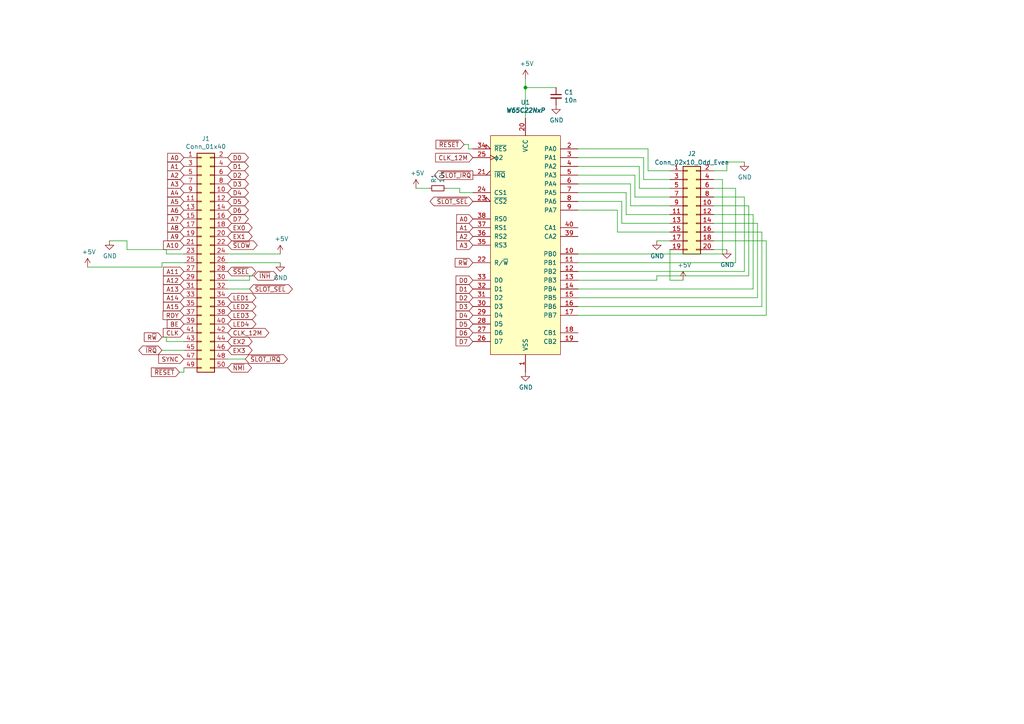
<source format=kicad_sch>
(kicad_sch (version 20211123) (generator eeschema)
  (paper "A4")
  (lib_symbols
    (symbol "65xx:W65C22NxP" (pin_names (offset 1.016))
      (property "Reference" "U" (at -10.16 33.02 0))
      (property "Value" "W65C22NxP" (at 0 0 90))
      (symbol "W65C22NxP_0_1"
        (rectangle (start -10.16 31.75) (end 10.16 -31.75) (fill (type background)))
      )
      (symbol "W65C22NxP_1_1"
        (pin power_in line (at 0 -36.83 90) (length 5.08) (name "VSS") (number "1"))
        (pin bidirectional line (at 15.24 -2.54 180) (length 5.08) (name "PB0") (number "10"))
        (pin bidirectional line (at 15.24 -5.08 180) (length 5.08) (name "PB1") (number "11"))
        (pin bidirectional line (at 15.24 -7.62 180) (length 5.08) (name "PB2") (number "12"))
        (pin bidirectional line (at 15.24 -10.16 180) (length 5.08) (name "PB3") (number "13"))
        (pin bidirectional line (at 15.24 -12.7 180) (length 5.08) (name "PB4") (number "14"))
        (pin bidirectional line (at 15.24 -15.24 180) (length 5.08) (name "PB5") (number "15"))
        (pin bidirectional line (at 15.24 -17.78 180) (length 5.08) (name "PB6") (number "16"))
        (pin bidirectional line (at 15.24 -20.32 180) (length 5.08) (name "PB7") (number "17"))
        (pin input line (at 15.24 -25.4 180) (length 5.08) (name "CB1") (number "18"))
        (pin bidirectional line (at 15.24 -27.94 180) (length 5.08) (name "CB2") (number "19"))
        (pin bidirectional line (at 15.24 27.94 180) (length 5.08) (name "PA0") (number "2"))
        (pin power_in line (at 0 36.83 270) (length 5.08) (name "VCC") (number "20"))
        (pin open_collector output_low (at -15.24 20.32 0) (length 5.08) (name "~{IRQ}") (number "21"))
        (pin input line (at -15.24 -5.08 0) (length 5.08) (name "R/~{W}") (number "22"))
        (pin input input_low (at -15.24 12.7 0) (length 5.08) (name "~{CS2}") (number "23"))
        (pin input line (at -15.24 15.24 0) (length 5.08) (name "CS1") (number "24"))
        (pin input clock (at -15.24 25.4 0) (length 5.08) (name "ϕ2") (number "25"))
        (pin bidirectional line (at -15.24 -27.94 0) (length 5.08) (name "D7") (number "26"))
        (pin bidirectional line (at -15.24 -25.4 0) (length 5.08) (name "D6") (number "27"))
        (pin bidirectional line (at -15.24 -22.86 0) (length 5.08) (name "D5") (number "28"))
        (pin bidirectional line (at -15.24 -20.32 0) (length 5.08) (name "D4") (number "29"))
        (pin bidirectional line (at 15.24 25.4 180) (length 5.08) (name "PA1") (number "3"))
        (pin bidirectional line (at -15.24 -17.78 0) (length 5.08) (name "D3") (number "30"))
        (pin bidirectional line (at -15.24 -15.24 0) (length 5.08) (name "D2") (number "31"))
        (pin bidirectional line (at -15.24 -12.7 0) (length 5.08) (name "D1") (number "32"))
        (pin bidirectional line (at -15.24 -10.16 0) (length 5.08) (name "D0") (number "33"))
        (pin input input_low (at -15.24 27.94 0) (length 5.08) (name "~{RES}") (number "34"))
        (pin input line (at -15.24 0 0) (length 5.08) (name "RS3") (number "35"))
        (pin input line (at -15.24 2.54 0) (length 5.08) (name "RS2") (number "36"))
        (pin input line (at -15.24 5.08 0) (length 5.08) (name "RS1") (number "37"))
        (pin input line (at -15.24 7.62 0) (length 5.08) (name "RS0") (number "38"))
        (pin bidirectional line (at 15.24 2.54 180) (length 5.08) (name "CA2") (number "39"))
        (pin bidirectional line (at 15.24 22.86 180) (length 5.08) (name "PA2") (number "4"))
        (pin input line (at 15.24 5.08 180) (length 5.08) (name "CA1") (number "40"))
        (pin bidirectional line (at 15.24 20.32 180) (length 5.08) (name "PA3") (number "5"))
        (pin bidirectional line (at 15.24 17.78 180) (length 5.08) (name "PA4") (number "6"))
        (pin bidirectional line (at 15.24 15.24 180) (length 5.08) (name "PA5") (number "7"))
        (pin bidirectional line (at 15.24 12.7 180) (length 5.08) (name "PA6") (number "8"))
        (pin bidirectional line (at 15.24 10.16 180) (length 5.08) (name "PA7") (number "9"))
      )
    )
    (symbol "Connector_Generic:Conn_02x10_Odd_Even" (pin_names (offset 1.016) hide)
      (property "Reference" "J" (at 1.27 12.7 0))
      (property "Value" "Conn_02x10_Odd_Even" (at 1.27 -15.24 0))
      (symbol "Conn_02x10_Odd_Even_1_1"
        (rectangle (start -1.27 -12.573) (end 0 -12.827) (stroke (width 0.1524)))
        (rectangle (start -1.27 -10.033) (end 0 -10.287) (stroke (width 0.1524)))
        (rectangle (start -1.27 -7.493) (end 0 -7.747) (stroke (width 0.1524)))
        (rectangle (start -1.27 -4.953) (end 0 -5.207) (stroke (width 0.1524)))
        (rectangle (start -1.27 -2.413) (end 0 -2.667) (stroke (width 0.1524)))
        (rectangle (start -1.27 0.127) (end 0 -0.127) (stroke (width 0.1524)))
        (rectangle (start -1.27 2.667) (end 0 2.413) (stroke (width 0.1524)))
        (rectangle (start -1.27 5.207) (end 0 4.953) (stroke (width 0.1524)))
        (rectangle (start -1.27 7.747) (end 0 7.493) (stroke (width 0.1524)))
        (rectangle (start -1.27 10.287) (end 0 10.033) (stroke (width 0.1524)))
        (rectangle (start -1.27 11.43) (end 3.81 -13.97) (stroke (width 0.254)) (fill (type background)))
        (rectangle (start 3.81 -12.573) (end 2.54 -12.827) (stroke (width 0.1524)))
        (rectangle (start 3.81 -10.033) (end 2.54 -10.287) (stroke (width 0.1524)))
        (rectangle (start 3.81 -7.493) (end 2.54 -7.747) (stroke (width 0.1524)))
        (rectangle (start 3.81 -4.953) (end 2.54 -5.207) (stroke (width 0.1524)))
        (rectangle (start 3.81 -2.413) (end 2.54 -2.667) (stroke (width 0.1524)))
        (rectangle (start 3.81 0.127) (end 2.54 -0.127) (stroke (width 0.1524)))
        (rectangle (start 3.81 2.667) (end 2.54 2.413) (stroke (width 0.1524)))
        (rectangle (start 3.81 5.207) (end 2.54 4.953) (stroke (width 0.1524)))
        (rectangle (start 3.81 7.747) (end 2.54 7.493) (stroke (width 0.1524)))
        (rectangle (start 3.81 10.287) (end 2.54 10.033) (stroke (width 0.1524)))
        (pin passive line (at -5.08 10.16 0) (length 3.81) (name "Pin_1") (number "1"))
        (pin passive line (at 7.62 0 180) (length 3.81) (name "Pin_10") (number "10"))
        (pin passive line (at -5.08 -2.54 0) (length 3.81) (name "Pin_11") (number "11"))
        (pin passive line (at 7.62 -2.54 180) (length 3.81) (name "Pin_12") (number "12"))
        (pin passive line (at -5.08 -5.08 0) (length 3.81) (name "Pin_13") (number "13"))
        (pin passive line (at 7.62 -5.08 180) (length 3.81) (name "Pin_14") (number "14"))
        (pin passive line (at -5.08 -7.62 0) (length 3.81) (name "Pin_15") (number "15"))
        (pin passive line (at 7.62 -7.62 180) (length 3.81) (name "Pin_16") (number "16"))
        (pin passive line (at -5.08 -10.16 0) (length 3.81) (name "Pin_17") (number "17"))
        (pin passive line (at 7.62 -10.16 180) (length 3.81) (name "Pin_18") (number "18"))
        (pin passive line (at -5.08 -12.7 0) (length 3.81) (name "Pin_19") (number "19"))
        (pin passive line (at 7.62 10.16 180) (length 3.81) (name "Pin_2") (number "2"))
        (pin passive line (at 7.62 -12.7 180) (length 3.81) (name "Pin_20") (number "20"))
        (pin passive line (at -5.08 7.62 0) (length 3.81) (name "Pin_3") (number "3"))
        (pin passive line (at 7.62 7.62 180) (length 3.81) (name "Pin_4") (number "4"))
        (pin passive line (at -5.08 5.08 0) (length 3.81) (name "Pin_5") (number "5"))
        (pin passive line (at 7.62 5.08 180) (length 3.81) (name "Pin_6") (number "6"))
        (pin passive line (at -5.08 2.54 0) (length 3.81) (name "Pin_7") (number "7"))
        (pin passive line (at 7.62 2.54 180) (length 3.81) (name "Pin_8") (number "8"))
        (pin passive line (at -5.08 0 0) (length 3.81) (name "Pin_9") (number "9"))
      )
    )
    (symbol "Connector_Generic:Conn_02x25_Odd_Even" (pin_names (offset 1.016) hide)
      (property "Reference" "J" (at 1.27 33.02 0))
      (property "Value" "Conn_02x25_Odd_Even" (at 1.27 -33.02 0))
      (symbol "Conn_02x25_Odd_Even_1_1"
        (rectangle (start -1.27 -30.353) (end 0 -30.607) (stroke (width 0.1524)))
        (rectangle (start -1.27 -27.813) (end 0 -28.067) (stroke (width 0.1524)))
        (rectangle (start -1.27 -25.273) (end 0 -25.527) (stroke (width 0.1524)))
        (rectangle (start -1.27 -22.733) (end 0 -22.987) (stroke (width 0.1524)))
        (rectangle (start -1.27 -20.193) (end 0 -20.447) (stroke (width 0.1524)))
        (rectangle (start -1.27 -17.653) (end 0 -17.907) (stroke (width 0.1524)))
        (rectangle (start -1.27 -15.113) (end 0 -15.367) (stroke (width 0.1524)))
        (rectangle (start -1.27 -12.573) (end 0 -12.827) (stroke (width 0.1524)))
        (rectangle (start -1.27 -10.033) (end 0 -10.287) (stroke (width 0.1524)))
        (rectangle (start -1.27 -7.493) (end 0 -7.747) (stroke (width 0.1524)))
        (rectangle (start -1.27 -4.953) (end 0 -5.207) (stroke (width 0.1524)))
        (rectangle (start -1.27 -2.413) (end 0 -2.667) (stroke (width 0.1524)))
        (rectangle (start -1.27 0.127) (end 0 -0.127) (stroke (width 0.1524)))
        (rectangle (start -1.27 2.667) (end 0 2.413) (stroke (width 0.1524)))
        (rectangle (start -1.27 5.207) (end 0 4.953) (stroke (width 0.1524)))
        (rectangle (start -1.27 7.747) (end 0 7.493) (stroke (width 0.1524)))
        (rectangle (start -1.27 10.287) (end 0 10.033) (stroke (width 0.1524)))
        (rectangle (start -1.27 12.827) (end 0 12.573) (stroke (width 0.1524)))
        (rectangle (start -1.27 15.367) (end 0 15.113) (stroke (width 0.1524)))
        (rectangle (start -1.27 17.907) (end 0 17.653) (stroke (width 0.1524)))
        (rectangle (start -1.27 20.447) (end 0 20.193) (stroke (width 0.1524)))
        (rectangle (start -1.27 22.987) (end 0 22.733) (stroke (width 0.1524)))
        (rectangle (start -1.27 25.527) (end 0 25.273) (stroke (width 0.1524)))
        (rectangle (start -1.27 28.067) (end 0 27.813) (stroke (width 0.1524)))
        (rectangle (start -1.27 30.607) (end 0 30.353) (stroke (width 0.1524)))
        (rectangle (start -1.27 31.75) (end 3.81 -31.75) (stroke (width 0.254)) (fill (type background)))
        (rectangle (start 3.81 -30.353) (end 2.54 -30.607) (stroke (width 0.1524)))
        (rectangle (start 3.81 -27.813) (end 2.54 -28.067) (stroke (width 0.1524)))
        (rectangle (start 3.81 -25.273) (end 2.54 -25.527) (stroke (width 0.1524)))
        (rectangle (start 3.81 -22.733) (end 2.54 -22.987) (stroke (width 0.1524)))
        (rectangle (start 3.81 -20.193) (end 2.54 -20.447) (stroke (width 0.1524)))
        (rectangle (start 3.81 -17.653) (end 2.54 -17.907) (stroke (width 0.1524)))
        (rectangle (start 3.81 -15.113) (end 2.54 -15.367) (stroke (width 0.1524)))
        (rectangle (start 3.81 -12.573) (end 2.54 -12.827) (stroke (width 0.1524)))
        (rectangle (start 3.81 -10.033) (end 2.54 -10.287) (stroke (width 0.1524)))
        (rectangle (start 3.81 -7.493) (end 2.54 -7.747) (stroke (width 0.1524)))
        (rectangle (start 3.81 -4.953) (end 2.54 -5.207) (stroke (width 0.1524)))
        (rectangle (start 3.81 -2.413) (end 2.54 -2.667) (stroke (width 0.1524)))
        (rectangle (start 3.81 0.127) (end 2.54 -0.127) (stroke (width 0.1524)))
        (rectangle (start 3.81 2.667) (end 2.54 2.413) (stroke (width 0.1524)))
        (rectangle (start 3.81 5.207) (end 2.54 4.953) (stroke (width 0.1524)))
        (rectangle (start 3.81 7.747) (end 2.54 7.493) (stroke (width 0.1524)))
        (rectangle (start 3.81 10.287) (end 2.54 10.033) (stroke (width 0.1524)))
        (rectangle (start 3.81 12.827) (end 2.54 12.573) (stroke (width 0.1524)))
        (rectangle (start 3.81 15.367) (end 2.54 15.113) (stroke (width 0.1524)))
        (rectangle (start 3.81 17.907) (end 2.54 17.653) (stroke (width 0.1524)))
        (rectangle (start 3.81 20.447) (end 2.54 20.193) (stroke (width 0.1524)))
        (rectangle (start 3.81 22.987) (end 2.54 22.733) (stroke (width 0.1524)))
        (rectangle (start 3.81 25.527) (end 2.54 25.273) (stroke (width 0.1524)))
        (rectangle (start 3.81 28.067) (end 2.54 27.813) (stroke (width 0.1524)))
        (rectangle (start 3.81 30.607) (end 2.54 30.353) (stroke (width 0.1524)))
        (pin passive line (at -5.08 30.48 0) (length 3.81) (name "Pin_1") (number "1"))
        (pin passive line (at 7.62 20.32 180) (length 3.81) (name "Pin_10") (number "10"))
        (pin passive line (at -5.08 17.78 0) (length 3.81) (name "Pin_11") (number "11"))
        (pin passive line (at 7.62 17.78 180) (length 3.81) (name "Pin_12") (number "12"))
        (pin passive line (at -5.08 15.24 0) (length 3.81) (name "Pin_13") (number "13"))
        (pin passive line (at 7.62 15.24 180) (length 3.81) (name "Pin_14") (number "14"))
        (pin passive line (at -5.08 12.7 0) (length 3.81) (name "Pin_15") (number "15"))
        (pin passive line (at 7.62 12.7 180) (length 3.81) (name "Pin_16") (number "16"))
        (pin passive line (at -5.08 10.16 0) (length 3.81) (name "Pin_17") (number "17"))
        (pin passive line (at 7.62 10.16 180) (length 3.81) (name "Pin_18") (number "18"))
        (pin passive line (at -5.08 7.62 0) (length 3.81) (name "Pin_19") (number "19"))
        (pin passive line (at 7.62 30.48 180) (length 3.81) (name "Pin_2") (number "2"))
        (pin passive line (at 7.62 7.62 180) (length 3.81) (name "Pin_20") (number "20"))
        (pin passive line (at -5.08 5.08 0) (length 3.81) (name "Pin_21") (number "21"))
        (pin passive line (at 7.62 5.08 180) (length 3.81) (name "Pin_22") (number "22"))
        (pin passive line (at -5.08 2.54 0) (length 3.81) (name "Pin_23") (number "23"))
        (pin passive line (at 7.62 2.54 180) (length 3.81) (name "Pin_24") (number "24"))
        (pin passive line (at -5.08 0 0) (length 3.81) (name "Pin_25") (number "25"))
        (pin passive line (at 7.62 0 180) (length 3.81) (name "Pin_26") (number "26"))
        (pin passive line (at -5.08 -2.54 0) (length 3.81) (name "Pin_27") (number "27"))
        (pin passive line (at 7.62 -2.54 180) (length 3.81) (name "Pin_28") (number "28"))
        (pin passive line (at -5.08 -5.08 0) (length 3.81) (name "Pin_29") (number "29"))
        (pin passive line (at -5.08 27.94 0) (length 3.81) (name "Pin_3") (number "3"))
        (pin passive line (at 7.62 -5.08 180) (length 3.81) (name "Pin_30") (number "30"))
        (pin passive line (at -5.08 -7.62 0) (length 3.81) (name "Pin_31") (number "31"))
        (pin passive line (at 7.62 -7.62 180) (length 3.81) (name "Pin_32") (number "32"))
        (pin passive line (at -5.08 -10.16 0) (length 3.81) (name "Pin_33") (number "33"))
        (pin passive line (at 7.62 -10.16 180) (length 3.81) (name "Pin_34") (number "34"))
        (pin passive line (at -5.08 -12.7 0) (length 3.81) (name "Pin_35") (number "35"))
        (pin passive line (at 7.62 -12.7 180) (length 3.81) (name "Pin_36") (number "36"))
        (pin passive line (at -5.08 -15.24 0) (length 3.81) (name "Pin_37") (number "37"))
        (pin passive line (at 7.62 -15.24 180) (length 3.81) (name "Pin_38") (number "38"))
        (pin passive line (at -5.08 -17.78 0) (length 3.81) (name "Pin_39") (number "39"))
        (pin passive line (at 7.62 27.94 180) (length 3.81) (name "Pin_4") (number "4"))
        (pin passive line (at 7.62 -17.78 180) (length 3.81) (name "Pin_40") (number "40"))
        (pin passive line (at -5.08 -20.32 0) (length 3.81) (name "Pin_41") (number "41"))
        (pin passive line (at 7.62 -20.32 180) (length 3.81) (name "Pin_42") (number "42"))
        (pin passive line (at -5.08 -22.86 0) (length 3.81) (name "Pin_43") (number "43"))
        (pin passive line (at 7.62 -22.86 180) (length 3.81) (name "Pin_44") (number "44"))
        (pin passive line (at -5.08 -25.4 0) (length 3.81) (name "Pin_45") (number "45"))
        (pin passive line (at 7.62 -25.4 180) (length 3.81) (name "Pin_46") (number "46"))
        (pin passive line (at -5.08 -27.94 0) (length 3.81) (name "Pin_47") (number "47"))
        (pin passive line (at 7.62 -27.94 180) (length 3.81) (name "Pin_48") (number "48"))
        (pin passive line (at -5.08 -30.48 0) (length 3.81) (name "Pin_49") (number "49"))
        (pin passive line (at -5.08 25.4 0) (length 3.81) (name "Pin_5") (number "5"))
        (pin passive line (at 7.62 -30.48 180) (length 3.81) (name "Pin_50") (number "50"))
        (pin passive line (at 7.62 25.4 180) (length 3.81) (name "Pin_6") (number "6"))
        (pin passive line (at -5.08 22.86 0) (length 3.81) (name "Pin_7") (number "7"))
        (pin passive line (at 7.62 22.86 180) (length 3.81) (name "Pin_8") (number "8"))
        (pin passive line (at -5.08 20.32 0) (length 3.81) (name "Pin_9") (number "9"))
      )
    )
    (symbol "Device:C_Small" (pin_numbers hide) (pin_names (offset 0.254) hide)
      (property "Reference" "C" (at 0.254 1.778 0))
      (property "Value" "C_Small" (at 0.254 -2.032 0))
      (symbol "C_Small_0_1"
        (polyline (pts (xy -1.524 -0.508) (xy 1.524 -0.508)) (stroke (width 0.3302)))
        (polyline (pts (xy -1.524 0.508) (xy 1.524 0.508)) (stroke (width 0.3048)))
      )
      (symbol "C_Small_1_1"
        (pin passive line (at 0 2.54 270) (length 2.032) (name "~") (number "1"))
        (pin passive line (at 0 -2.54 90) (length 2.032) (name "~") (number "2"))
      )
    )
    (symbol "Device:R_Small" (pin_numbers hide) (pin_names (offset 0.254) hide)
      (property "Reference" "R" (at 0.762 0.508 0))
      (property "Value" "R_Small" (at 0.762 -1.016 0))
      (symbol "R_Small_0_1"
        (rectangle (start -0.762 1.778) (end 0.762 -1.778) (stroke (width 0.2032)))
      )
      (symbol "R_Small_1_1"
        (pin passive line (at 0 2.54 270) (length 0.762) (name "~") (number "1"))
        (pin passive line (at 0 -2.54 90) (length 0.762) (name "~") (number "2"))
      )
    )
    (symbol "power:+5V" (power) (pin_names (offset 0))
      (property "Value" "+5V" (at 0 3.556 0))
      (symbol "+5V_0_1"
        (polyline (pts (xy -0.762 1.27) (xy 0 2.54)))
        (polyline (pts (xy 0 0) (xy 0 2.54)))
        (polyline (pts (xy 0 2.54) (xy 0.762 1.27)))
      )
      (symbol "+5V_1_1"
        (pin power_in line (at 0 0 90) (length 0) hide (name "+5V") (number "1"))
      )
    )
    (symbol "power:GND" (power) (pin_names (offset 0))
      (property "Value" "GND" (at 0 -3.81 0))
      (symbol "GND_0_1"
        (polyline (pts (xy 0 0) (xy 0 -1.27) (xy 1.27 -1.27) (xy 0 -2.54) (xy -1.27 -1.27) (xy 0 -1.27)))
      )
      (symbol "GND_1_1"
        (pin power_in line (at 0 0 270) (length 0) hide (name "GND") (number "1"))
      )
    )
  )
  (junction (at 152.4 25.4))
  (wire (pts (xy 217.17 80.01) (xy 217.17 59.69)))
  (wire (pts (xy 220.98 88.9) (xy 220.98 67.31)))
  (wire (pts (xy 215.9 57.15) (xy 207.01 57.15)))
  (wire (pts (xy 217.17 59.69) (xy 207.01 59.69)))
  (wire (pts (xy 184.15 50.8) (xy 167.64 50.8)))
  (wire (pts (xy 222.25 69.85) (xy 207.01 69.85)))
  (wire (pts (xy 186.69 45.72) (xy 167.64 45.72)))
  (wire (pts (xy 218.44 83.82) (xy 218.44 62.23)))
  (wire (pts (xy 137.16 55.88) (xy 133.35 55.88)))
  (wire (pts (xy 72.39 81.28) (xy 66.04 81.28)))
  (wire (pts (xy 135.89 43.18) (xy 137.16 43.18)))
  (wire (pts (xy 73.66 80.01) (xy 72.39 80.01)))
  (wire (pts (xy 210.82 46.99) (xy 210.82 49.53)))
  (wire (pts (xy 185.42 54.61) (xy 185.42 48.26)))
  (wire (pts (xy 167.64 83.82) (xy 218.44 83.82)))
  (wire (pts (xy 135.89 41.91) (xy 135.89 43.18)))
  (wire (pts (xy 48.26 73.66) (xy 53.34 73.66)))
  (wire (pts (xy 194.31 52.07) (xy 186.69 52.07)))
  (wire (pts (xy 219.71 86.36) (xy 219.71 64.77)))
  (wire (pts (xy 194.31 54.61) (xy 185.42 54.61)))
  (wire (pts (xy 134.62 41.91) (xy 135.89 41.91)))
  (wire (pts (xy 187.96 43.18) (xy 167.64 43.18)))
  (wire (pts (xy 71.12 104.14) (xy 66.04 104.14)))
  (wire (pts (xy 133.35 55.88) (xy 133.35 54.61)))
  (wire (pts (xy 213.36 76.2) (xy 213.36 54.61)))
  (wire (pts (xy 215.9 78.74) (xy 215.9 57.15)))
  (wire (pts (xy 184.15 57.15) (xy 184.15 50.8)))
  (wire (pts (xy 52.07 107.95) (xy 53.34 107.95)))
  (wire (pts (xy 207.01 72.39) (xy 210.82 72.39)))
  (wire (pts (xy 72.39 80.01) (xy 72.39 81.28)))
  (wire (pts (xy 198.12 81.28) (xy 194.31 81.28)))
  (wire (pts (xy 179.07 67.31) (xy 179.07 60.96)))
  (wire (pts (xy 194.31 49.53) (xy 187.96 49.53)))
  (wire (pts (xy 194.31 81.28) (xy 194.31 72.39)))
  (wire (pts (xy 219.71 64.77) (xy 207.01 64.77)))
  (wire (pts (xy 187.96 49.53) (xy 187.96 43.18)))
  (wire (pts (xy 209.55 73.66) (xy 209.55 52.07)))
  (wire (pts (xy 190.5 81.28) (xy 190.5 80.01)))
  (wire (pts (xy 124.46 54.61) (xy 120.65 54.61)))
  (wire (pts (xy 161.29 25.4) (xy 152.4 25.4)))
  (wire (pts (xy 185.42 48.26) (xy 167.64 48.26)))
  (wire (pts (xy 48.26 99.06) (xy 53.34 99.06)))
  (wire (pts (xy 48.26 73.66) (xy 48.26 72.39)))
  (wire (pts (xy 36.83 72.39) (xy 48.26 72.39)))
  (wire (pts (xy 46.99 97.79) (xy 48.26 97.79)))
  (wire (pts (xy 190.5 69.85) (xy 194.31 69.85)))
  (wire (pts (xy 210.82 49.53) (xy 207.01 49.53)))
  (wire (pts (xy 167.64 76.2) (xy 213.36 76.2)))
  (wire (pts (xy 194.31 59.69) (xy 182.88 59.69)))
  (wire (pts (xy 167.64 88.9) (xy 220.98 88.9)))
  (wire (pts (xy 194.31 57.15) (xy 184.15 57.15)))
  (wire (pts (xy 46.99 77.47) (xy 46.99 76.2)))
  (wire (pts (xy 194.31 62.23) (xy 181.61 62.23)))
  (wire (pts (xy 194.31 64.77) (xy 180.34 64.77)))
  (wire (pts (xy 180.34 58.42) (xy 167.64 58.42)))
  (wire (pts (xy 180.34 64.77) (xy 180.34 58.42)))
  (wire (pts (xy 48.26 97.79) (xy 48.26 99.06)))
  (wire (pts (xy 222.25 91.44) (xy 222.25 69.85)))
  (wire (pts (xy 182.88 53.34) (xy 167.64 53.34)))
  (wire (pts (xy 181.61 55.88) (xy 167.64 55.88)))
  (wire (pts (xy 167.64 86.36) (xy 219.71 86.36)))
  (wire (pts (xy 152.4 22.86) (xy 152.4 25.4)))
  (wire (pts (xy 36.83 69.85) (xy 31.75 69.85)))
  (wire (pts (xy 190.5 80.01) (xy 217.17 80.01)))
  (wire (pts (xy 181.61 62.23) (xy 181.61 55.88)))
  (wire (pts (xy 36.83 72.39) (xy 36.83 69.85)))
  (wire (pts (xy 167.64 81.28) (xy 190.5 81.28)))
  (wire (pts (xy 53.34 107.95) (xy 53.34 106.68)))
  (wire (pts (xy 182.88 59.69) (xy 182.88 53.34)))
  (wire (pts (xy 209.55 52.07) (xy 207.01 52.07)))
  (wire (pts (xy 53.34 76.2) (xy 46.99 76.2)))
  (wire (pts (xy 66.04 73.66) (xy 81.28 73.66)))
  (wire (pts (xy 46.99 101.6) (xy 53.34 101.6)))
  (wire (pts (xy 215.9 46.99) (xy 210.82 46.99)))
  (wire (pts (xy 167.64 78.74) (xy 215.9 78.74)))
  (wire (pts (xy 194.31 67.31) (xy 179.07 67.31)))
  (wire (pts (xy 133.35 54.61) (xy 129.54 54.61)))
  (wire (pts (xy 179.07 60.96) (xy 167.64 60.96)))
  (wire (pts (xy 167.64 91.44) (xy 222.25 91.44)))
  (wire (pts (xy 152.4 25.4) (xy 152.4 34.29)))
  (wire (pts (xy 218.44 62.23) (xy 207.01 62.23)))
  (wire (pts (xy 186.69 52.07) (xy 186.69 45.72)))
  (wire (pts (xy 167.64 73.66) (xy 209.55 73.66)))
  (wire (pts (xy 72.39 83.82) (xy 66.04 83.82)))
  (wire (pts (xy 213.36 54.61) (xy 207.01 54.61)))
  (wire (pts (xy 66.04 76.2) (xy 81.28 76.2)))
  (wire (pts (xy 220.98 67.31) (xy 207.01 67.31)))
  (wire (pts (xy 25.4 77.47) (xy 46.99 77.47)))
  (global_label "A11" (shape input) (at 53.34 78.74 180) (property "Intersheet References" "${INTERSHEET_REFS}" (effects hide)))
  (global_label "~{SLOT_IRQ}" (shape output) (at 137.16 50.8 180) (property "Intersheet References" "${INTERSHEET_REFS}" (effects hide)))
  (global_label "A15" (shape input) (at 53.34 88.9 180) (property "Intersheet References" "${INTERSHEET_REFS}" (effects hide)))
  (global_label "A13" (shape input) (at 53.34 83.82 180) (property "Intersheet References" "${INTERSHEET_REFS}" (effects hide)))
  (global_label "LED3" (shape bidirectional) (at 66.04 91.44 0) (property "Intersheet References" "${INTERSHEET_REFS}" (effects hide)))
  (global_label "D5" (shape bidirectional) (at 66.04 58.42 0) (property "Intersheet References" "${INTERSHEET_REFS}" (effects hide)))
  (global_label "~{SLOT_SEL}" (shape bidirectional) (at 137.16 58.42 180) (property "Intersheet References" "${INTERSHEET_REFS}" (effects hide)))
  (global_label "D4" (shape bidirectional) (at 66.04 55.88 0) (property "Intersheet References" "${INTERSHEET_REFS}" (effects hide)))
  (global_label "BE" (shape input) (at 53.34 93.98 180) (property "Intersheet References" "${INTERSHEET_REFS}" (effects hide)))
  (global_label "D7" (shape bidirectional) (at 66.04 63.5 0) (property "Intersheet References" "${INTERSHEET_REFS}" (effects hide)))
  (global_label "D2" (shape bidirectional) (at 66.04 50.8 0) (property "Intersheet References" "${INTERSHEET_REFS}" (effects hide)))
  (global_label "A5" (shape input) (at 53.34 58.42 180) (property "Intersheet References" "${INTERSHEET_REFS}" (effects hide)))
  (global_label "R~{W}" (shape input) (at 46.99 97.79 180) (property "Intersheet References" "${INTERSHEET_REFS}" (effects hide)))
  (global_label "R~{W}" (shape input) (at 137.16 76.2 180) (property "Intersheet References" "${INTERSHEET_REFS}" (effects hide)))
  (global_label "D1" (shape input) (at 137.16 83.82 180) (property "Intersheet References" "${INTERSHEET_REFS}" (effects hide)))
  (global_label "A7" (shape input) (at 53.34 63.5 180) (property "Intersheet References" "${INTERSHEET_REFS}" (effects hide)))
  (global_label "LED2" (shape bidirectional) (at 66.04 88.9 0) (property "Intersheet References" "${INTERSHEET_REFS}" (effects hide)))
  (global_label "CLK_12M" (shape input) (at 137.16 45.72 180) (property "Intersheet References" "${INTERSHEET_REFS}" (effects hide)))
  (global_label "~{IRQ}" (shape bidirectional) (at 46.99 101.6 180) (property "Intersheet References" "${INTERSHEET_REFS}" (effects hide)))
  (global_label "~{SSEL}" (shape bidirectional) (at 66.04 78.74 0) (property "Intersheet References" "${INTERSHEET_REFS}" (effects hide)))
  (global_label "D7" (shape input) (at 137.16 99.06 180) (property "Intersheet References" "${INTERSHEET_REFS}" (effects hide)))
  (global_label "A1" (shape input) (at 53.34 48.26 180) (property "Intersheet References" "${INTERSHEET_REFS}" (effects hide)))
  (global_label "EX2" (shape bidirectional) (at 66.04 99.06 0) (property "Intersheet References" "${INTERSHEET_REFS}" (effects hide)))
  (global_label "D1" (shape bidirectional) (at 66.04 48.26 0) (property "Intersheet References" "${INTERSHEET_REFS}" (effects hide)))
  (global_label "A1" (shape input) (at 137.16 66.04 180) (property "Intersheet References" "${INTERSHEET_REFS}" (effects hide)))
  (global_label "A4" (shape input) (at 53.34 55.88 180) (property "Intersheet References" "${INTERSHEET_REFS}" (effects hide)))
  (global_label "A2" (shape input) (at 53.34 50.8 180) (property "Intersheet References" "${INTERSHEET_REFS}" (effects hide)))
  (global_label "CLK" (shape input) (at 53.34 96.52 180) (property "Intersheet References" "${INTERSHEET_REFS}" (effects hide)))
  (global_label "D3" (shape input) (at 137.16 88.9 180) (property "Intersheet References" "${INTERSHEET_REFS}" (effects hide)))
  (global_label "A0" (shape input) (at 53.34 45.72 180) (property "Intersheet References" "${INTERSHEET_REFS}" (effects hide)))
  (global_label "~{SLOT_IRQ}" (shape bidirectional) (at 71.12 104.14 0) (property "Intersheet References" "${INTERSHEET_REFS}" (effects hide)))
  (global_label "CLK_12M" (shape bidirectional) (at 66.04 96.52 0) (property "Intersheet References" "${INTERSHEET_REFS}" (effects hide)))
  (global_label "D4" (shape input) (at 137.16 91.44 180) (property "Intersheet References" "${INTERSHEET_REFS}" (effects hide)))
  (global_label "D0" (shape input) (at 137.16 81.28 180) (property "Intersheet References" "${INTERSHEET_REFS}" (effects hide)))
  (global_label "~{INH}" (shape bidirectional) (at 73.66 80.01 0) (property "Intersheet References" "${INTERSHEET_REFS}" (effects hide)))
  (global_label "~{RESET}" (shape input) (at 134.62 41.91 180) (property "Intersheet References" "${INTERSHEET_REFS}" (effects hide)))
  (global_label "D6" (shape input) (at 137.16 96.52 180) (property "Intersheet References" "${INTERSHEET_REFS}" (effects hide)))
  (global_label "A8" (shape input) (at 53.34 66.04 180) (property "Intersheet References" "${INTERSHEET_REFS}" (effects hide)))
  (global_label "A6" (shape input) (at 53.34 60.96 180) (property "Intersheet References" "${INTERSHEET_REFS}" (effects hide)))
  (global_label "EX1" (shape bidirectional) (at 66.04 68.58 0) (property "Intersheet References" "${INTERSHEET_REFS}" (effects hide)))
  (global_label "~{SLOT_SEL}" (shape bidirectional) (at 72.39 83.82 0) (property "Intersheet References" "${INTERSHEET_REFS}" (effects hide)))
  (global_label "RDY" (shape input) (at 53.34 91.44 180) (property "Intersheet References" "${INTERSHEET_REFS}" (effects hide)))
  (global_label "~{RESET}" (shape input) (at 52.07 107.95 180) (property "Intersheet References" "${INTERSHEET_REFS}" (effects hide)))
  (global_label "A2" (shape input) (at 137.16 68.58 180) (property "Intersheet References" "${INTERSHEET_REFS}" (effects hide)))
  (global_label "SYNC" (shape input) (at 53.34 104.14 180) (property "Intersheet References" "${INTERSHEET_REFS}" (effects hide)))
  (global_label "LED1" (shape bidirectional) (at 66.04 86.36 0) (property "Intersheet References" "${INTERSHEET_REFS}" (effects hide)))
  (global_label "A3" (shape input) (at 53.34 53.34 180) (property "Intersheet References" "${INTERSHEET_REFS}" (effects hide)))
  (global_label "A14" (shape input) (at 53.34 86.36 180) (property "Intersheet References" "${INTERSHEET_REFS}" (effects hide)))
  (global_label "A12" (shape input) (at 53.34 81.28 180) (property "Intersheet References" "${INTERSHEET_REFS}" (effects hide)))
  (global_label "A10" (shape input) (at 53.34 71.12 180) (property "Intersheet References" "${INTERSHEET_REFS}" (effects hide)))
  (global_label "D3" (shape bidirectional) (at 66.04 53.34 0) (property "Intersheet References" "${INTERSHEET_REFS}" (effects hide)))
  (global_label "~{NMI}" (shape bidirectional) (at 66.04 106.68 0) (property "Intersheet References" "${INTERSHEET_REFS}" (effects hide)))
  (global_label "D6" (shape bidirectional) (at 66.04 60.96 0) (property "Intersheet References" "${INTERSHEET_REFS}" (effects hide)))
  (global_label "A3" (shape input) (at 137.16 71.12 180) (property "Intersheet References" "${INTERSHEET_REFS}" (effects hide)))
  (global_label "D5" (shape input) (at 137.16 93.98 180) (property "Intersheet References" "${INTERSHEET_REFS}" (effects hide)))
  (global_label "~{SLOW}" (shape bidirectional) (at 66.04 71.12 0) (property "Intersheet References" "${INTERSHEET_REFS}" (effects hide)))
  (global_label "EX0" (shape bidirectional) (at 66.04 66.04 0) (property "Intersheet References" "${INTERSHEET_REFS}" (effects hide)))
  (global_label "LED4" (shape bidirectional) (at 66.04 93.98 0) (property "Intersheet References" "${INTERSHEET_REFS}" (effects hide)))
  (global_label "D2" (shape input) (at 137.16 86.36 180) (property "Intersheet References" "${INTERSHEET_REFS}" (effects hide)))
  (global_label "EX3" (shape bidirectional) (at 66.04 101.6 0) (property "Intersheet References" "${INTERSHEET_REFS}" (effects hide)))
  (global_label "D0" (shape bidirectional) (at 66.04 45.72 0) (property "Intersheet References" "${INTERSHEET_REFS}" (effects hide)))
  (global_label "A9" (shape input) (at 53.34 68.58 180) (property "Intersheet References" "${INTERSHEET_REFS}" (effects hide)))
  (global_label "A0" (shape input) (at 137.16 63.5 180) (property "Intersheet References" "${INTERSHEET_REFS}" (effects hide)))
  (symbol (lib_id "power:GND") (at 31.75 69.85 0) (unit 1)
    (property "Reference" "#PWR0101" (effects hide))
    (property "Value" "GND" (at 31.877 74.2442 0))
  )
  (symbol (lib_id "power:GND") (at 161.29 30.48 0) (unit 1)
    (property "Reference" "#PWR0108" (effects hide))
    (property "Value" "GND" (at 161.417 34.8742 0))
  )
  (symbol (lib_id "Device:C_Small") (at 161.29 27.94 0) (unit 1)
    (property "Reference" "C1" (at 163.6268 26.7716 0) (effects (justify left)))
    (property "Value" "10n" (at 163.6268 29.083 0) (effects (justify left)))
    (property "Footprint" "Capacitor_THT:C_Disc_D4.7mm_W2.5mm_P5.00mm" (effects hide))
  )
  (symbol (lib_id "Connector_Generic:Conn_02x25_Odd_Even") (at 58.42 76.2 0) (unit 1)
    (property "Reference" "J1" (at 59.69 40.2082 0))
    (property "Value" "Conn_01x40" (at 59.69 42.5196 0))
    (property "Footprint" "Connector_PinHeader_2.54mm:PinHeader_2x25_P2.54mm_Horizontal" (effects hide))
  )
  (symbol (lib_id "power:GND") (at 190.5 69.85 0) (unit 1)
    (property "Reference" "#PWR0112" (effects hide))
    (property "Value" "GND" (at 190.627 74.2442 0))
  )
  (symbol (lib_id "power:+5V") (at 152.4 22.86 0) (unit 1)
    (property "Reference" "#PWR0107" (effects hide))
    (property "Value" "+5V" (at 152.781 18.4658 0))
  )
  (symbol (lib_id "power:+5V") (at 198.12 81.28 0) (unit 1)
    (property "Reference" "#PWR0111" (effects hide))
    (property "Value" "+5V" (at 198.501 76.8858 0))
  )
  (symbol (lib_id "power:GND") (at 215.9 46.99 0) (unit 1)
    (property "Reference" "#PWR0109" (effects hide))
    (property "Value" "GND" (at 216.027 51.3842 0))
  )
  (symbol (lib_id "power:GND") (at 81.28 76.2 0) (unit 1)
    (property "Reference" "#PWR0103" (effects hide))
    (property "Value" "GND" (at 81.407 80.5942 0))
  )
  (symbol (lib_id "65xx:W65C22NxP") (at 152.4 71.12 0) (unit 1)
    (property "Reference" "U1" (at 152.4 29.6926 0))
    (property "Value" "W65C22NxP" (at 152.4 32.004 0) (effects (font bold italic)))
    (property "Footprint" "Package_DIP:DIP-40_W15.24mm_Socket" (effects hide))
    (property "Datasheet" "http://www.westerndesigncenter.com/wdc/documentation/w65c22.pdf" (effects hide))
  )
  (symbol (lib_id "power:GND") (at 152.4 107.95 0) (unit 1)
    (property "Reference" "#PWR0105" (effects hide))
    (property "Value" "GND" (at 152.527 112.3442 0))
  )
  (symbol (lib_id "power:+5V") (at 120.65 54.61 0) (unit 1)
    (property "Reference" "#PWR0106" (effects hide))
    (property "Value" "+5V" (at 121.031 50.2158 0))
  )
  (symbol (lib_id "power:GND") (at 210.82 72.39 0) (unit 1)
    (property "Reference" "#PWR0110" (effects hide))
    (property "Value" "GND" (at 210.947 76.7842 0))
  )
  (symbol (lib_id "power:+5V") (at 81.28 73.66 0) (unit 1)
    (property "Reference" "#PWR0104" (effects hide))
    (property "Value" "+5V" (at 81.661 69.2658 0))
  )
  (symbol (lib_id "Connector_Generic:Conn_02x10_Odd_Even") (at 199.39 59.69 0) (unit 1)
    (property "Reference" "J2" (at 200.66 44.5602 0))
    (property "Value" "Conn_02x10_Odd_Even" (at 200.66 47.0971 0))
    (property "Footprint" "Connector_PinHeader_2.54mm:PinHeader_2x10_P2.54mm_Vertical" (effects hide))
  )
  (symbol (lib_id "power:+5V") (at 25.4 77.47 0) (unit 1)
    (property "Reference" "#PWR0102" (effects hide))
    (property "Value" "+5V" (at 25.781 73.0758 0))
  )
  (symbol (lib_id "Device:R_Small") (at 127 54.61 90) (unit 1)
    (property "Reference" "R1" (at 125.8316 53.1114 0) (effects (justify left)))
    (property "Value" "10k" (at 128.143 53.1114 0) (effects (justify left)))
    (property "Footprint" "Resistor_THT:R_Axial_DIN0207_L6.3mm_D2.5mm_P7.62mm_Horizontal" (effects hide))
  )
)
</source>
